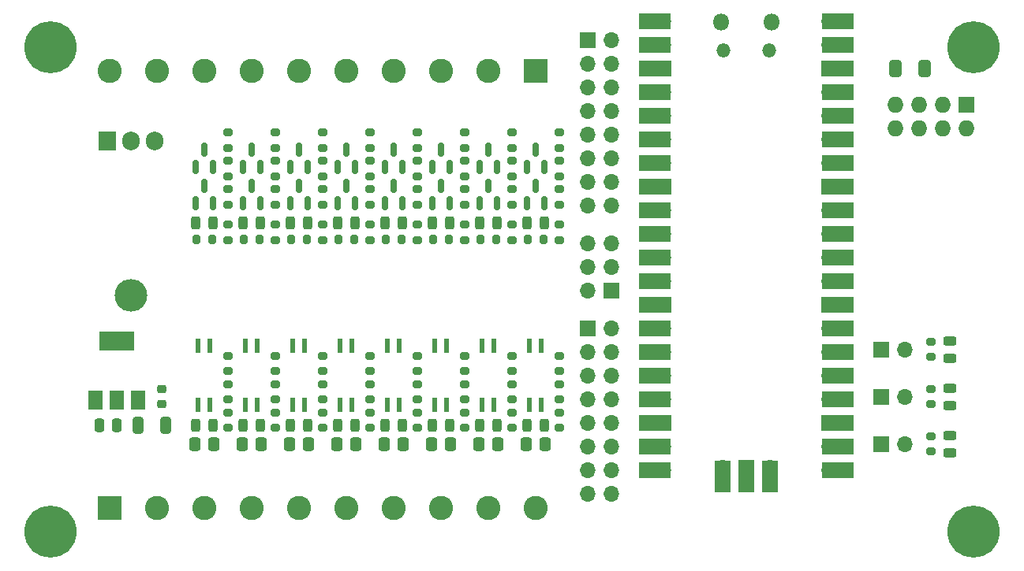
<source format=gbr>
%TF.GenerationSoftware,KiCad,Pcbnew,(6.0.11)*%
%TF.CreationDate,2023-03-20T13:43:10+01:00*%
%TF.ProjectId,Triggerbox_Deluxe,54726967-6765-4726-926f-785f44656c75,rev?*%
%TF.SameCoordinates,Original*%
%TF.FileFunction,Soldermask,Top*%
%TF.FilePolarity,Negative*%
%FSLAX46Y46*%
G04 Gerber Fmt 4.6, Leading zero omitted, Abs format (unit mm)*
G04 Created by KiCad (PCBNEW (6.0.11)) date 2023-03-20 13:43:10*
%MOMM*%
%LPD*%
G01*
G04 APERTURE LIST*
G04 Aperture macros list*
%AMRoundRect*
0 Rectangle with rounded corners*
0 $1 Rounding radius*
0 $2 $3 $4 $5 $6 $7 $8 $9 X,Y pos of 4 corners*
0 Add a 4 corners polygon primitive as box body*
4,1,4,$2,$3,$4,$5,$6,$7,$8,$9,$2,$3,0*
0 Add four circle primitives for the rounded corners*
1,1,$1+$1,$2,$3*
1,1,$1+$1,$4,$5*
1,1,$1+$1,$6,$7*
1,1,$1+$1,$8,$9*
0 Add four rect primitives between the rounded corners*
20,1,$1+$1,$2,$3,$4,$5,0*
20,1,$1+$1,$4,$5,$6,$7,0*
20,1,$1+$1,$6,$7,$8,$9,0*
20,1,$1+$1,$8,$9,$2,$3,0*%
G04 Aperture macros list end*
%ADD10RoundRect,0.200000X-0.275000X0.200000X-0.275000X-0.200000X0.275000X-0.200000X0.275000X0.200000X0*%
%ADD11C,5.600000*%
%ADD12R,0.600000X1.500000*%
%ADD13RoundRect,0.243750X-0.243750X-0.456250X0.243750X-0.456250X0.243750X0.456250X-0.243750X0.456250X0*%
%ADD14RoundRect,0.200000X0.275000X-0.200000X0.275000X0.200000X-0.275000X0.200000X-0.275000X-0.200000X0*%
%ADD15R,1.700000X1.700000*%
%ADD16O,1.700000X1.700000*%
%ADD17RoundRect,0.200000X0.200000X0.275000X-0.200000X0.275000X-0.200000X-0.275000X0.200000X-0.275000X0*%
%ADD18R,1.727200X1.727200*%
%ADD19O,1.727200X1.727200*%
%ADD20RoundRect,0.243750X0.456250X-0.243750X0.456250X0.243750X-0.456250X0.243750X-0.456250X-0.243750X0*%
%ADD21RoundRect,0.250000X0.337500X0.475000X-0.337500X0.475000X-0.337500X-0.475000X0.337500X-0.475000X0*%
%ADD22RoundRect,0.150000X0.150000X-0.587500X0.150000X0.587500X-0.150000X0.587500X-0.150000X-0.587500X0*%
%ADD23O,3.500000X3.500000*%
%ADD24R,1.905000X2.000000*%
%ADD25O,1.905000X2.000000*%
%ADD26O,1.500000X1.500000*%
%ADD27O,1.800000X1.800000*%
%ADD28R,3.500000X1.700000*%
%ADD29R,1.700000X3.500000*%
%ADD30RoundRect,0.250000X0.250000X0.475000X-0.250000X0.475000X-0.250000X-0.475000X0.250000X-0.475000X0*%
%ADD31RoundRect,0.250000X-0.412500X-0.650000X0.412500X-0.650000X0.412500X0.650000X-0.412500X0.650000X0*%
%ADD32RoundRect,0.250000X-0.325000X-0.650000X0.325000X-0.650000X0.325000X0.650000X-0.325000X0.650000X0*%
%ADD33R,2.600000X2.600000*%
%ADD34C,2.600000*%
%ADD35RoundRect,0.225000X0.250000X-0.225000X0.250000X0.225000X-0.250000X0.225000X-0.250000X-0.225000X0*%
%ADD36R,1.500000X2.000000*%
%ADD37R,3.800000X2.000000*%
G04 APERTURE END LIST*
D10*
%TO.C,R1*%
X62992000Y-83884000D03*
X62992000Y-85534000D03*
%TD*%
D11*
%TO.C,H1*%
X43942000Y-123698000D03*
%TD*%
D10*
%TO.C,R17*%
X73152000Y-86932000D03*
X73152000Y-88582000D03*
%TD*%
D12*
%TO.C,U6*%
X85217000Y-110109000D03*
X86487000Y-110109000D03*
X86487000Y-103759000D03*
X85217000Y-103759000D03*
%TD*%
D13*
%TO.C,D7*%
X89994500Y-90551000D03*
X91869500Y-90551000D03*
%TD*%
D14*
%TO.C,R51*%
X83312000Y-106489000D03*
X83312000Y-104839000D03*
%TD*%
D15*
%TO.C,JP3*%
X133091000Y-104140000D03*
D16*
X135631000Y-104140000D03*
%TD*%
D14*
%TO.C,R6*%
X68072000Y-92392000D03*
X68072000Y-90742000D03*
%TD*%
D10*
%TO.C,R37*%
X93472000Y-86932000D03*
X93472000Y-88582000D03*
%TD*%
D14*
%TO.C,R53*%
X78232000Y-112585000D03*
X78232000Y-110935000D03*
%TD*%
D12*
%TO.C,U11*%
X59817000Y-110109000D03*
X61087000Y-110109000D03*
X61087000Y-103759000D03*
X59817000Y-103759000D03*
%TD*%
%TO.C,U9*%
X69977000Y-110109000D03*
X71247000Y-110109000D03*
X71247000Y-103759000D03*
X69977000Y-103759000D03*
%TD*%
%TO.C,U4*%
X95377000Y-110109000D03*
X96647000Y-110109000D03*
X96647000Y-103759000D03*
X95377000Y-103759000D03*
%TD*%
D10*
%TO.C,R55*%
X78232000Y-107887000D03*
X78232000Y-109537000D03*
%TD*%
D17*
%TO.C,R29*%
X81597000Y-92329000D03*
X79947000Y-92329000D03*
%TD*%
D10*
%TO.C,R58*%
X73152000Y-107887000D03*
X73152000Y-109537000D03*
%TD*%
D15*
%TO.C,JP1*%
X133091000Y-114300000D03*
D16*
X135631000Y-114300000D03*
%TD*%
D12*
%TO.C,U5*%
X90297000Y-110109000D03*
X91567000Y-110109000D03*
X91567000Y-103759000D03*
X90297000Y-103759000D03*
%TD*%
D18*
%TO.C,U3*%
X142240000Y-77851000D03*
D19*
X142240000Y-80391000D03*
X139700000Y-77851000D03*
X139700000Y-80391000D03*
X137160000Y-77851000D03*
X137160000Y-80391000D03*
X134620000Y-77851000D03*
X134620000Y-80391000D03*
%TD*%
D12*
%TO.C,U8*%
X75057000Y-110109000D03*
X76327000Y-110109000D03*
X76327000Y-103759000D03*
X75057000Y-103759000D03*
%TD*%
D13*
%TO.C,D16*%
X59514500Y-112268000D03*
X61389500Y-112268000D03*
%TD*%
D14*
%TO.C,R18*%
X73152000Y-82486000D03*
X73152000Y-80836000D03*
%TD*%
D10*
%TO.C,R22*%
X88392000Y-83884000D03*
X88392000Y-85534000D03*
%TD*%
D15*
%TO.C,J4*%
X101600000Y-101854000D03*
D16*
X104140000Y-101854000D03*
X101600000Y-104394000D03*
X104140000Y-104394000D03*
X101600000Y-106934000D03*
X104140000Y-106934000D03*
X101600000Y-109474000D03*
X104140000Y-109474000D03*
X101600000Y-112014000D03*
X104140000Y-112014000D03*
X101600000Y-114554000D03*
X104140000Y-114554000D03*
X101600000Y-117094000D03*
X104140000Y-117094000D03*
X101600000Y-119634000D03*
X104140000Y-119634000D03*
%TD*%
D14*
%TO.C,R47*%
X88392000Y-112585000D03*
X88392000Y-110935000D03*
%TD*%
D15*
%TO.C,J5*%
X101600000Y-70866000D03*
D16*
X104140000Y-70866000D03*
X101600000Y-73406000D03*
X104140000Y-73406000D03*
X101600000Y-75946000D03*
X104140000Y-75946000D03*
X101600000Y-78486000D03*
X104140000Y-78486000D03*
X101600000Y-81026000D03*
X104140000Y-81026000D03*
X101600000Y-83566000D03*
X104140000Y-83566000D03*
X101600000Y-86106000D03*
X104140000Y-86106000D03*
X101600000Y-88646000D03*
X104140000Y-88646000D03*
%TD*%
D20*
%TO.C,D19*%
X140462000Y-105077500D03*
X140462000Y-103202500D03*
%TD*%
D14*
%TO.C,R5*%
X62992000Y-92392000D03*
X62992000Y-90742000D03*
%TD*%
D13*
%TO.C,D15*%
X64594500Y-112268000D03*
X66469500Y-112268000D03*
%TD*%
%TO.C,D8*%
X95074500Y-90551000D03*
X96949500Y-90551000D03*
%TD*%
D21*
%TO.C,C11*%
X61489500Y-114300000D03*
X59414500Y-114300000D03*
%TD*%
D17*
%TO.C,R11*%
X71437000Y-92329000D03*
X69787000Y-92329000D03*
%TD*%
D14*
%TO.C,R38*%
X93472000Y-82486000D03*
X93472000Y-80836000D03*
%TD*%
D21*
%TO.C,C9*%
X71649500Y-114300000D03*
X69574500Y-114300000D03*
%TD*%
D14*
%TO.C,R56*%
X73152000Y-112585000D03*
X73152000Y-110935000D03*
%TD*%
D21*
%TO.C,C7*%
X81809500Y-114300000D03*
X79734500Y-114300000D03*
%TD*%
D13*
%TO.C,D3*%
X69674500Y-90551000D03*
X71549500Y-90551000D03*
%TD*%
D22*
%TO.C,Q12*%
X95062000Y-84503500D03*
X96962000Y-84503500D03*
X96012000Y-82628500D03*
%TD*%
D10*
%TO.C,R46*%
X93472000Y-107887000D03*
X93472000Y-109537000D03*
%TD*%
D13*
%TO.C,D6*%
X84914500Y-90551000D03*
X86789500Y-90551000D03*
%TD*%
D23*
%TO.C,IC1*%
X52578000Y-98362000D03*
D24*
X50038000Y-81702000D03*
D25*
X52578000Y-81702000D03*
X55118000Y-81702000D03*
%TD*%
D22*
%TO.C,Q14*%
X84902000Y-88440500D03*
X86802000Y-88440500D03*
X85852000Y-86565500D03*
%TD*%
D14*
%TO.C,R48*%
X88392000Y-106489000D03*
X88392000Y-104839000D03*
%TD*%
%TO.C,R65*%
X138430000Y-115125000D03*
X138430000Y-113475000D03*
%TD*%
%TO.C,R44*%
X93472000Y-112585000D03*
X93472000Y-110935000D03*
%TD*%
D26*
%TO.C,U2*%
X116193000Y-71994000D03*
D27*
X115893000Y-68964000D03*
D26*
X121043000Y-71994000D03*
D27*
X121343000Y-68964000D03*
D28*
X108828000Y-68834000D03*
D16*
X109728000Y-68834000D03*
D28*
X108828000Y-71374000D03*
D16*
X109728000Y-71374000D03*
D15*
X109728000Y-73914000D03*
D28*
X108828000Y-73914000D03*
D16*
X109728000Y-76454000D03*
D28*
X108828000Y-76454000D03*
D16*
X109728000Y-78994000D03*
D28*
X108828000Y-78994000D03*
X108828000Y-81534000D03*
D16*
X109728000Y-81534000D03*
D28*
X108828000Y-84074000D03*
D16*
X109728000Y-84074000D03*
D15*
X109728000Y-86614000D03*
D28*
X108828000Y-86614000D03*
D16*
X109728000Y-89154000D03*
D28*
X108828000Y-89154000D03*
D16*
X109728000Y-91694000D03*
D28*
X108828000Y-91694000D03*
X108828000Y-94234000D03*
D16*
X109728000Y-94234000D03*
D28*
X108828000Y-96774000D03*
D16*
X109728000Y-96774000D03*
D28*
X108828000Y-99314000D03*
D15*
X109728000Y-99314000D03*
D16*
X109728000Y-101854000D03*
D28*
X108828000Y-101854000D03*
X108828000Y-104394000D03*
D16*
X109728000Y-104394000D03*
D28*
X108828000Y-106934000D03*
D16*
X109728000Y-106934000D03*
D28*
X108828000Y-109474000D03*
D16*
X109728000Y-109474000D03*
D28*
X108828000Y-112014000D03*
D15*
X109728000Y-112014000D03*
D16*
X109728000Y-114554000D03*
D28*
X108828000Y-114554000D03*
D16*
X109728000Y-117094000D03*
D28*
X108828000Y-117094000D03*
X128408000Y-117094000D03*
D16*
X127508000Y-117094000D03*
X127508000Y-114554000D03*
D28*
X128408000Y-114554000D03*
X128408000Y-112014000D03*
D15*
X127508000Y-112014000D03*
D16*
X127508000Y-109474000D03*
D28*
X128408000Y-109474000D03*
D16*
X127508000Y-106934000D03*
D28*
X128408000Y-106934000D03*
X128408000Y-104394000D03*
D16*
X127508000Y-104394000D03*
X127508000Y-101854000D03*
D28*
X128408000Y-101854000D03*
X128408000Y-99314000D03*
D15*
X127508000Y-99314000D03*
D16*
X127508000Y-96774000D03*
D28*
X128408000Y-96774000D03*
X128408000Y-94234000D03*
D16*
X127508000Y-94234000D03*
X127508000Y-91694000D03*
D28*
X128408000Y-91694000D03*
D16*
X127508000Y-89154000D03*
D28*
X128408000Y-89154000D03*
X128408000Y-86614000D03*
D15*
X127508000Y-86614000D03*
D28*
X128408000Y-84074000D03*
D16*
X127508000Y-84074000D03*
D28*
X128408000Y-81534000D03*
D16*
X127508000Y-81534000D03*
D28*
X128408000Y-78994000D03*
D16*
X127508000Y-78994000D03*
D28*
X128408000Y-76454000D03*
D16*
X127508000Y-76454000D03*
D15*
X127508000Y-73914000D03*
D28*
X128408000Y-73914000D03*
X128408000Y-71374000D03*
D16*
X127508000Y-71374000D03*
X127508000Y-68834000D03*
D28*
X128408000Y-68834000D03*
D29*
X116078000Y-117764000D03*
D16*
X116078000Y-116864000D03*
D15*
X118618000Y-116864000D03*
D29*
X118618000Y-117764000D03*
D16*
X121158000Y-116864000D03*
D29*
X121158000Y-117764000D03*
%TD*%
D14*
%TO.C,R42*%
X98552000Y-106489000D03*
X98552000Y-104839000D03*
%TD*%
%TO.C,R63*%
X62992000Y-106489000D03*
X62992000Y-104839000D03*
%TD*%
%TO.C,R34*%
X83312000Y-82486000D03*
X83312000Y-80836000D03*
%TD*%
D13*
%TO.C,D13*%
X74754500Y-112268000D03*
X76629500Y-112268000D03*
%TD*%
D10*
%TO.C,R49*%
X88392000Y-107887000D03*
X88392000Y-109537000D03*
%TD*%
D22*
%TO.C,Q15*%
X89982000Y-88440500D03*
X91882000Y-88440500D03*
X90932000Y-86565500D03*
%TD*%
D14*
%TO.C,R36*%
X88392000Y-82486000D03*
X88392000Y-80836000D03*
%TD*%
%TO.C,R50*%
X83312000Y-112585000D03*
X83312000Y-110935000D03*
%TD*%
D30*
%TO.C,C2*%
X51054000Y-112268000D03*
X49154000Y-112268000D03*
%TD*%
D12*
%TO.C,U7*%
X80137000Y-110109000D03*
X81407000Y-110109000D03*
X81407000Y-103759000D03*
X80137000Y-103759000D03*
%TD*%
D14*
%TO.C,R41*%
X98552000Y-112585000D03*
X98552000Y-110935000D03*
%TD*%
D10*
%TO.C,R21*%
X83312000Y-83884000D03*
X83312000Y-85534000D03*
%TD*%
%TO.C,R35*%
X88392000Y-86932000D03*
X88392000Y-88582000D03*
%TD*%
D13*
%TO.C,D10*%
X89994500Y-112268000D03*
X91869500Y-112268000D03*
%TD*%
D22*
%TO.C,Q9*%
X79822000Y-84503500D03*
X81722000Y-84503500D03*
X80772000Y-82628500D03*
%TD*%
D21*
%TO.C,C4*%
X97049500Y-114300000D03*
X94974500Y-114300000D03*
%TD*%
D20*
%TO.C,D18*%
X140462000Y-110157500D03*
X140462000Y-108282500D03*
%TD*%
D14*
%TO.C,R59*%
X68072000Y-112585000D03*
X68072000Y-110935000D03*
%TD*%
%TO.C,R62*%
X62992000Y-112585000D03*
X62992000Y-110935000D03*
%TD*%
D15*
%TO.C,J3*%
X104140000Y-97790000D03*
D16*
X101600000Y-97790000D03*
X104140000Y-95250000D03*
X101600000Y-95250000D03*
X104140000Y-92710000D03*
X101600000Y-92710000D03*
%TD*%
D13*
%TO.C,D9*%
X95074500Y-112268000D03*
X96949500Y-112268000D03*
%TD*%
D22*
%TO.C,Q8*%
X74742000Y-88440500D03*
X76642000Y-88440500D03*
X75692000Y-86565500D03*
%TD*%
D17*
%TO.C,R12*%
X76517000Y-92329000D03*
X74867000Y-92329000D03*
%TD*%
D11*
%TO.C,H4*%
X43942000Y-71628000D03*
%TD*%
D22*
%TO.C,Q4*%
X74742000Y-84503500D03*
X76642000Y-84503500D03*
X75692000Y-82628500D03*
%TD*%
D10*
%TO.C,R52*%
X83312000Y-107887000D03*
X83312000Y-109537000D03*
%TD*%
D14*
%TO.C,R25*%
X83312000Y-92392000D03*
X83312000Y-90742000D03*
%TD*%
%TO.C,R45*%
X93472000Y-106489000D03*
X93472000Y-104839000D03*
%TD*%
%TO.C,R27*%
X93472000Y-92392000D03*
X93472000Y-90742000D03*
%TD*%
D10*
%TO.C,R61*%
X68072000Y-107887000D03*
X68072000Y-109537000D03*
%TD*%
D14*
%TO.C,R8*%
X78232000Y-92392000D03*
X78232000Y-90742000D03*
%TD*%
D10*
%TO.C,R43*%
X98552000Y-107887000D03*
X98552000Y-109537000D03*
%TD*%
D31*
%TO.C,C12*%
X134620000Y-73914000D03*
X137745000Y-73914000D03*
%TD*%
D22*
%TO.C,Q16*%
X95062000Y-88440500D03*
X96962000Y-88440500D03*
X96012000Y-86565500D03*
%TD*%
D11*
%TO.C,H3*%
X143002000Y-71628000D03*
%TD*%
D21*
%TO.C,C8*%
X76729500Y-114300000D03*
X74654500Y-114300000D03*
%TD*%
D13*
%TO.C,D11*%
X84914500Y-112268000D03*
X86789500Y-112268000D03*
%TD*%
D21*
%TO.C,C6*%
X86889500Y-114300000D03*
X84814500Y-114300000D03*
%TD*%
D10*
%TO.C,R33*%
X83312000Y-86932000D03*
X83312000Y-88582000D03*
%TD*%
%TO.C,R64*%
X62992000Y-107887000D03*
X62992000Y-109537000D03*
%TD*%
D13*
%TO.C,D4*%
X74754500Y-90551000D03*
X76629500Y-90551000D03*
%TD*%
D15*
%TO.C,JP2*%
X133091000Y-109220000D03*
D16*
X135631000Y-109220000D03*
%TD*%
D17*
%TO.C,R32*%
X96837000Y-92329000D03*
X95187000Y-92329000D03*
%TD*%
%TO.C,R30*%
X86677000Y-92329000D03*
X85027000Y-92329000D03*
%TD*%
D14*
%TO.C,R67*%
X138430000Y-104965000D03*
X138430000Y-103315000D03*
%TD*%
D32*
%TO.C,C3*%
X53340000Y-112268000D03*
X56290000Y-112268000D03*
%TD*%
D21*
%TO.C,C10*%
X66569500Y-114300000D03*
X64494500Y-114300000D03*
%TD*%
D17*
%TO.C,R10*%
X66357000Y-92329000D03*
X64707000Y-92329000D03*
%TD*%
D33*
%TO.C,J1*%
X96012000Y-74168000D03*
D34*
X90932000Y-74168000D03*
X85852000Y-74168000D03*
X80772000Y-74168000D03*
X75692000Y-74168000D03*
X70612000Y-74168000D03*
X65532000Y-74168000D03*
X60452000Y-74168000D03*
X55372000Y-74168000D03*
X50292000Y-74168000D03*
%TD*%
D21*
%TO.C,C5*%
X91969500Y-114300000D03*
X89894500Y-114300000D03*
%TD*%
D13*
%TO.C,D2*%
X64594500Y-90551000D03*
X66469500Y-90551000D03*
%TD*%
D10*
%TO.C,R24*%
X98552000Y-83884000D03*
X98552000Y-85534000D03*
%TD*%
%TO.C,R23*%
X93472000Y-83884000D03*
X93472000Y-85534000D03*
%TD*%
D14*
%TO.C,R7*%
X73152000Y-92392000D03*
X73152000Y-90742000D03*
%TD*%
D33*
%TO.C,J2*%
X50292000Y-121158000D03*
D34*
X55372000Y-121158000D03*
X60452000Y-121158000D03*
X65532000Y-121158000D03*
X70612000Y-121158000D03*
X75692000Y-121158000D03*
X80772000Y-121158000D03*
X85852000Y-121158000D03*
X90932000Y-121158000D03*
X96012000Y-121158000D03*
%TD*%
D10*
%TO.C,R3*%
X73152000Y-83884000D03*
X73152000Y-85534000D03*
%TD*%
D13*
%TO.C,D12*%
X79834500Y-112268000D03*
X81709500Y-112268000D03*
%TD*%
D14*
%TO.C,R60*%
X68072000Y-106489000D03*
X68072000Y-104839000D03*
%TD*%
%TO.C,R14*%
X62992000Y-82486000D03*
X62992000Y-80836000D03*
%TD*%
D22*
%TO.C,Q2*%
X64582000Y-84503500D03*
X66482000Y-84503500D03*
X65532000Y-82628500D03*
%TD*%
%TO.C,Q13*%
X79822000Y-88440500D03*
X81722000Y-88440500D03*
X80772000Y-86565500D03*
%TD*%
D14*
%TO.C,R54*%
X78232000Y-106489000D03*
X78232000Y-104839000D03*
%TD*%
D12*
%TO.C,U10*%
X64897000Y-110109000D03*
X66167000Y-110109000D03*
X66167000Y-103759000D03*
X64897000Y-103759000D03*
%TD*%
D17*
%TO.C,R31*%
X91757000Y-92329000D03*
X90107000Y-92329000D03*
%TD*%
D10*
%TO.C,R39*%
X98552000Y-86932000D03*
X98552000Y-88582000D03*
%TD*%
D22*
%TO.C,Q11*%
X89982000Y-84503500D03*
X91882000Y-84503500D03*
X90932000Y-82628500D03*
%TD*%
%TO.C,Q5*%
X59502000Y-88440500D03*
X61402000Y-88440500D03*
X60452000Y-86565500D03*
%TD*%
D14*
%TO.C,R16*%
X68072000Y-82486000D03*
X68072000Y-80836000D03*
%TD*%
%TO.C,R20*%
X78232000Y-82486000D03*
X78232000Y-80836000D03*
%TD*%
D35*
%TO.C,C1*%
X55880000Y-109995000D03*
X55880000Y-108445000D03*
%TD*%
D14*
%TO.C,R57*%
X73152000Y-106489000D03*
X73152000Y-104839000D03*
%TD*%
D22*
%TO.C,Q1*%
X59502000Y-84503500D03*
X61402000Y-84503500D03*
X60452000Y-82628500D03*
%TD*%
%TO.C,Q6*%
X64582000Y-88440500D03*
X66482000Y-88440500D03*
X65532000Y-86565500D03*
%TD*%
D13*
%TO.C,D1*%
X59514500Y-90551000D03*
X61389500Y-90551000D03*
%TD*%
D14*
%TO.C,R26*%
X88392000Y-92392000D03*
X88392000Y-90742000D03*
%TD*%
D10*
%TO.C,R19*%
X78232000Y-86932000D03*
X78232000Y-88582000D03*
%TD*%
D22*
%TO.C,Q3*%
X69662000Y-84503500D03*
X71562000Y-84503500D03*
X70612000Y-82628500D03*
%TD*%
D10*
%TO.C,R13*%
X62992000Y-86932000D03*
X62992000Y-88582000D03*
%TD*%
D22*
%TO.C,Q7*%
X69662000Y-88440500D03*
X71562000Y-88440500D03*
X70612000Y-86565500D03*
%TD*%
D10*
%TO.C,R4*%
X78232000Y-83884000D03*
X78232000Y-85534000D03*
%TD*%
%TO.C,R15*%
X68072000Y-86932000D03*
X68072000Y-88582000D03*
%TD*%
D22*
%TO.C,Q10*%
X84902000Y-84503500D03*
X86802000Y-84503500D03*
X85852000Y-82628500D03*
%TD*%
D10*
%TO.C,R2*%
X68072000Y-83884000D03*
X68072000Y-85534000D03*
%TD*%
D13*
%TO.C,D5*%
X79834500Y-90551000D03*
X81709500Y-90551000D03*
%TD*%
D14*
%TO.C,R28*%
X98552000Y-92392000D03*
X98552000Y-90742000D03*
%TD*%
%TO.C,R40*%
X98552000Y-82486000D03*
X98552000Y-80836000D03*
%TD*%
D11*
%TO.C,H2*%
X143002000Y-123698000D03*
%TD*%
D17*
%TO.C,R9*%
X61277000Y-92329000D03*
X59627000Y-92329000D03*
%TD*%
D20*
%TO.C,D17*%
X140462000Y-115237500D03*
X140462000Y-113362500D03*
%TD*%
D14*
%TO.C,R66*%
X138430000Y-110045000D03*
X138430000Y-108395000D03*
%TD*%
D13*
%TO.C,D14*%
X69674500Y-112268000D03*
X71549500Y-112268000D03*
%TD*%
D36*
%TO.C,U1*%
X48754000Y-109576000D03*
D37*
X51054000Y-103276000D03*
D36*
X51054000Y-109576000D03*
X53354000Y-109576000D03*
%TD*%
M02*

</source>
